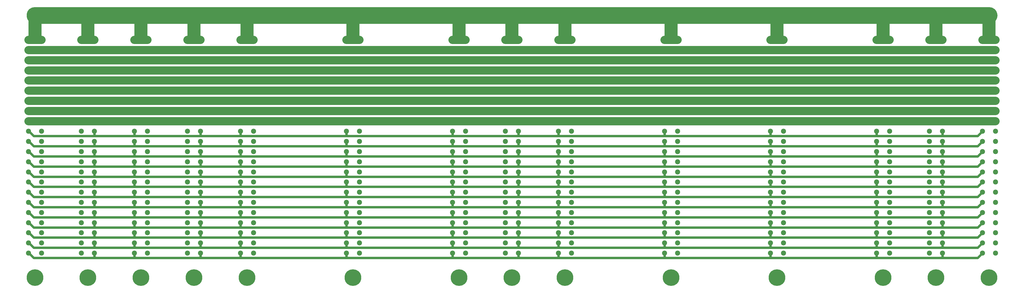
<source format=gbr>
G04 start of page 3 for group 1 idx 1 *
G04 Title: (unknown), ground *
G04 Creator: pcb 20110918 *
G04 CreationDate: Fri Mar 28 21:41:01 2014 UTC *
G04 For: fosse *
G04 Format: Gerber/RS-274X *
G04 PCB-Dimensions: 1525000 500000 *
G04 PCB-Coordinate-Origin: lower left *
%MOIN*%
%FSLAX25Y25*%
%LNGROUP1*%
%ADD27C,0.0380*%
%ADD26C,0.1280*%
%ADD25C,0.0780*%
%ADD24C,0.2560*%
%ADD23C,0.2550*%
%ADD22C,0.0350*%
%ADD21C,0.1250*%
%ADD20C,0.2000*%
G54D20*X271700Y477500D02*Y444000D01*
G54D21*X281700Y439700D02*X261700D01*
G54D20*X190500Y477500D02*Y444000D01*
G54D21*X200500Y439700D02*X180500D01*
G54D20*X353000Y477500D02*Y444000D01*
G54D21*X363000Y439700D02*X343000D01*
G54D20*X109200Y477500D02*Y444000D01*
G54D21*X119200Y439700D02*X99200D01*
G54D20*X28000Y477500D02*Y444000D01*
G54D21*X38000Y439700D02*X18000D01*
G54D22*X281700Y214200D02*X281500Y214000D01*
X281700Y221300D02*Y214200D01*
Y198600D02*X281500Y198400D01*
X281700Y205700D02*Y198600D01*
Y183000D02*X281500Y182800D01*
X281700Y190100D02*Y183000D01*
Y229800D02*X281500Y229600D01*
X281700Y236900D02*Y229800D01*
Y245400D02*X281500Y245200D01*
X281700Y252500D02*Y245400D01*
X343000Y268100D02*Y260800D01*
Y283700D02*Y276400D01*
Y299300D02*Y292000D01*
X281700Y261000D02*X281500Y260800D01*
X281700Y268100D02*Y261000D01*
Y276600D02*X281500Y276400D01*
X281700Y283700D02*Y276600D01*
Y292200D02*X281500Y292000D01*
X281700Y299300D02*Y292200D01*
Y167400D02*X281500Y167200D01*
X281700Y151800D02*X281500Y151600D01*
X281700Y158900D02*Y151800D01*
Y174500D02*Y167400D01*
Y136200D02*X281500Y136000D01*
X281700Y143300D02*Y136200D01*
Y120600D02*X281500Y120400D01*
X281700Y127700D02*Y120600D01*
Y105000D02*X281500Y104800D01*
X281700Y112100D02*Y105000D01*
X343000Y205700D02*Y198400D01*
Y190100D02*Y182800D01*
Y174500D02*Y167200D01*
Y158900D02*Y151600D01*
Y143300D02*Y136000D01*
Y127700D02*Y120400D01*
Y112100D02*Y104800D01*
X505500Y112100D02*Y105300D01*
X180500Y112100D02*Y105300D01*
X505500Y261300D02*X505000Y260800D01*
X505500Y268100D02*Y261300D01*
Y276900D02*X505000Y276400D01*
X505500Y283700D02*Y276900D01*
Y292500D02*X505000Y292000D01*
X505500Y299300D02*Y292500D01*
X18700Y174500D02*X26000Y167200D01*
X18000Y174500D02*X18700D01*
Y158900D02*X26000Y151600D01*
X18000Y158900D02*X18700D01*
Y143300D02*X26000Y136000D01*
X18700Y127700D02*X26000Y120400D01*
X18000Y127700D02*X18700D01*
Y112100D02*X26000Y104800D01*
X18000Y112100D02*X18700D01*
X18000Y143300D02*X18700D01*
Y221300D02*X26000Y214000D01*
X18000Y221300D02*X18700D01*
Y205700D02*X26000Y198400D01*
X18700Y190100D02*X26000Y182800D01*
X18000Y190100D02*X18700D01*
X18000Y205700D02*X18700D01*
Y252500D02*X26000Y245200D01*
X18000Y252500D02*X18700D01*
Y268100D02*X26000Y260800D01*
X18000Y268100D02*X18700D01*
Y283700D02*X26000Y276400D01*
X18000Y283700D02*X18700D01*
Y299300D02*X26000Y292000D01*
X18000Y299300D02*X18700D01*
X180500Y221300D02*Y214500D01*
Y198900D02*X181000Y198400D01*
X180500Y205700D02*Y198900D01*
Y183300D02*X181000Y182800D01*
X180500Y190100D02*Y183300D01*
Y174500D02*Y167700D01*
X119200Y198600D02*X119000Y198400D01*
X119200Y205700D02*Y198600D01*
Y183000D02*X119000Y182800D01*
X119200Y190100D02*Y183000D01*
Y167400D02*X119000Y167200D01*
X119200Y174500D02*Y167400D01*
Y151800D02*X119000Y151600D01*
X119200Y158900D02*Y151800D01*
Y136200D02*X119000Y136000D01*
X119200Y143300D02*Y136200D01*
Y120600D02*X119000Y120400D01*
X119200Y127700D02*Y120600D01*
Y105000D02*X119000Y104800D01*
X119200Y112100D02*Y105000D01*
X180500Y167700D02*X181000Y167200D01*
X180500Y152100D02*X181000Y151600D01*
X180500Y158900D02*Y152100D01*
Y136500D02*X181000Y136000D01*
X180500Y143300D02*Y136500D01*
Y120900D02*X181000Y120400D01*
X180500Y127700D02*Y120900D01*
Y105300D02*X181000Y104800D01*
X119200Y245400D02*X119000Y245200D01*
X119200Y252500D02*Y245400D01*
Y261000D02*X119000Y260800D01*
X119200Y268100D02*Y261000D01*
Y276600D02*X119000Y276400D01*
X119200Y283700D02*Y276600D01*
Y292200D02*X119000Y292000D01*
X119200Y299300D02*Y292200D01*
X180500Y245700D02*X181000Y245200D01*
X180500Y252500D02*Y245700D01*
Y261300D02*X181000Y260800D01*
X180500Y268100D02*Y261300D01*
Y276900D02*X181000Y276400D01*
X180500Y283700D02*Y276900D01*
Y292500D02*X181000Y292000D01*
X180500Y299300D02*Y292500D01*
G54D20*X1490500Y477500D02*Y444000D01*
G54D21*X1500500Y439700D02*X1480500D01*
G54D20*X1409200Y477500D02*Y444000D01*
G54D21*X1419200Y439700D02*X1399200D01*
G54D20*X1328000Y477500D02*Y444000D01*
G54D21*X1338000Y439700D02*X1318000D01*
G54D20*X1165500Y477500D02*Y444000D01*
G54D21*X1175500Y439700D02*X1155500D01*
G54D22*X993000Y221300D02*Y214000D01*
Y283700D02*Y276400D01*
Y268100D02*Y260800D01*
X1155500Y261300D02*X1156000Y260800D01*
X1155500Y268100D02*Y261300D01*
Y276900D02*X1156000Y276400D01*
X1155500Y283700D02*Y276900D01*
X993000Y299300D02*Y292000D01*
X1155500Y292500D02*X1156000Y292000D01*
X1155500Y299300D02*Y292500D01*
X1419200Y214200D02*X1419000Y214000D01*
X1419200Y221300D02*Y214200D01*
X1155500Y214500D02*X1156000Y214000D01*
X1155500Y221300D02*Y214500D01*
X1318000Y215000D02*X1319000Y214000D01*
X1318000Y221300D02*Y215000D01*
X1473200Y214000D02*X1480500Y221300D01*
X1473200Y245200D02*X1480500Y252500D01*
X1473200Y260800D02*X1480500Y268100D01*
X1473200Y276400D02*X1480500Y283700D01*
X1473200Y292000D02*X1480500Y299300D01*
X1419200Y261000D02*X1419000Y260800D01*
X1419200Y268100D02*Y261000D01*
Y276600D02*X1419000Y276400D01*
X1419200Y283700D02*Y276600D01*
Y292200D02*X1419000Y292000D01*
X1419200Y299300D02*Y292200D01*
X1318000Y261800D02*X1319000Y260800D01*
X1318000Y268100D02*Y261800D01*
Y277400D02*X1319000Y276400D01*
X1318000Y283700D02*Y277400D01*
Y293000D02*X1319000Y292000D01*
X1318000Y299300D02*Y293000D01*
G54D20*X515500Y477500D02*Y444000D01*
G54D21*X525500Y439700D02*X505500D01*
G54D20*X678000Y477500D02*Y444000D01*
G54D21*X688000Y439700D02*X668000D01*
G54D20*X840500Y477500D02*Y444000D01*
G54D21*X850500Y439700D02*X830500D01*
G54D20*X759200Y477500D02*Y444000D01*
G54D21*X769200Y439700D02*X749200D01*
G54D20*X1003000Y477500D02*Y444000D01*
G54D21*X1013000Y439700D02*X993000D01*
X1500500Y377300D02*X18000D01*
X1500500Y361700D02*X18000D01*
X1500500Y346100D02*X18000D01*
X1500500Y330500D02*X18000D01*
X1500500Y314900D02*X18000D01*
X1500500Y392900D02*X18000D01*
X1500500Y408500D02*X18000D01*
G54D23*X28000Y477500D02*X1490500D01*
G54D21*X1500500Y424100D02*X18000D01*
G54D22*X830500Y221300D02*Y214500D01*
X993000Y205700D02*Y198400D01*
X1419200Y198600D02*X1419000Y198400D01*
X1419200Y205700D02*Y198600D01*
X1155500Y198900D02*X1156000Y198400D01*
X1155500Y205700D02*Y198900D01*
X1318000Y199400D02*X1319000Y198400D01*
X1473200D02*X1480500Y205700D01*
X26000Y198400D02*X1473200D01*
X26000Y245200D02*X1473200D01*
X830500Y261300D02*X830000Y260800D01*
X830500Y268100D02*Y261300D01*
Y276900D02*X830000Y276400D01*
X830500Y283700D02*Y276900D01*
Y292500D02*X830000Y292000D01*
X830500Y299300D02*Y292500D01*
X769200Y261000D02*X769000Y260800D01*
X769200Y268100D02*Y261000D01*
X26000Y260800D02*X1473200D01*
X769200Y276600D02*X769000Y276400D01*
X668000Y277400D02*X667000Y276400D01*
X668000Y283700D02*Y277400D01*
Y293000D02*X667000Y292000D01*
X668000Y299300D02*Y293000D01*
X769200Y283700D02*Y276600D01*
Y292200D02*X769000Y292000D01*
X769200Y299300D02*Y292200D01*
X668000Y261800D02*X667000Y260800D01*
X668000Y268100D02*Y261800D01*
X26000Y276400D02*X1473200D01*
X26000Y292000D02*X1473200D01*
X1419200Y183000D02*X1419000Y182800D01*
X1419200Y190100D02*Y183000D01*
X1318000Y183800D02*X1319000Y182800D01*
X1318000Y190100D02*Y183800D01*
X1473200Y182800D02*X1480500Y190100D01*
X1419200Y167400D02*X1419000Y167200D01*
X1419200Y174500D02*Y167400D01*
X1473200Y167200D02*X1480500Y174500D01*
X1318000Y168200D02*X1319000Y167200D01*
X1318000Y152600D02*X1319000Y151600D01*
X1318000Y158900D02*Y152600D01*
Y174500D02*Y168200D01*
X1419200Y151800D02*X1419000Y151600D01*
X1419200Y158900D02*Y151800D01*
X1473200Y151600D02*X1480500Y158900D01*
X1419200Y136200D02*X1419000Y136000D01*
X1419200Y143300D02*Y136200D01*
X1155500Y183300D02*X1156000Y182800D01*
X1155500Y190100D02*Y183300D01*
Y167700D02*X1156000Y167200D01*
X1155500Y174500D02*Y167700D01*
Y152100D02*X1156000Y151600D01*
X1155500Y158900D02*Y152100D01*
Y136500D02*X1156000Y136000D01*
X993000Y174500D02*Y167200D01*
Y158900D02*Y151600D01*
Y143300D02*Y136000D01*
Y112100D02*Y104800D01*
Y127700D02*Y120400D01*
X1155500Y120900D02*X1156000Y120400D01*
X1155500Y127700D02*Y120900D01*
Y105300D02*X1156000Y104800D01*
X1155500Y112100D02*Y105300D01*
Y143300D02*Y136500D01*
X1318000Y137000D02*X1319000Y136000D01*
X1318000Y143300D02*Y137000D01*
X1473200Y136000D02*X1480500Y143300D01*
X1473200Y120400D02*X1480500Y127700D01*
X1419200Y120600D02*X1419000Y120400D01*
X1419200Y127700D02*Y120600D01*
Y105000D02*X1419000Y104800D01*
X1419200Y112100D02*Y105000D01*
X1318000Y121400D02*X1319000Y120400D01*
X1318000Y127700D02*Y121400D01*
Y105800D02*X1319000Y104800D01*
X993000Y236900D02*Y229600D01*
X1155500Y230100D02*X1156000Y229600D01*
X1155500Y236900D02*Y230100D01*
Y245700D02*X1156000Y245200D01*
X1155500Y252500D02*Y245700D01*
X1419200Y229800D02*X1419000Y229600D01*
X1419200Y236900D02*Y229800D01*
X1318000Y230600D02*X1319000Y229600D01*
X1318000Y236900D02*Y230600D01*
X1473200Y229600D02*X1480500Y236900D01*
X1419200Y245400D02*X1419000Y245200D01*
X1419200Y252500D02*Y245400D01*
X1318000Y246200D02*X1319000Y245200D01*
X1318000Y252500D02*Y246200D01*
Y112100D02*Y105800D01*
X1473200Y104800D02*X1480500Y112100D01*
X668000Y230600D02*X667000Y229600D01*
X668000Y236900D02*Y230600D01*
X505500Y236900D02*Y230100D01*
X343000Y236900D02*Y229600D01*
X119200Y236900D02*Y229800D01*
X180500Y236900D02*Y230100D01*
X18700Y236900D02*X26000Y229600D01*
X18000Y236900D02*X18700D01*
X769200Y245400D02*X769000Y245200D01*
X769200Y252500D02*Y245400D01*
X993000Y252500D02*Y245200D01*
X830500Y214500D02*X830000Y214000D01*
X505500Y214500D02*X505000Y214000D01*
X119200Y214200D02*X119000Y214000D01*
X505500Y221300D02*Y214500D01*
X343000Y221300D02*Y214000D01*
X119200Y221300D02*Y214200D01*
X180500Y214500D02*X181000Y214000D01*
X505500Y198900D02*X505000Y198400D01*
X505500Y205700D02*Y198900D01*
Y183300D02*X505000Y182800D01*
X505500Y190100D02*Y183300D01*
Y167700D02*X505000Y167200D01*
X505500Y174500D02*Y167700D01*
X668000Y183800D02*X667000Y182800D01*
X668000Y190100D02*Y183800D01*
Y168200D02*X667000Y167200D01*
X668000Y174500D02*Y168200D01*
Y152600D02*X667000Y151600D01*
X505500Y152100D02*X505000Y151600D01*
X505500Y158900D02*Y152100D01*
X668000Y158900D02*Y152600D01*
Y137000D02*X667000Y136000D01*
X668000Y121400D02*X667000Y120400D01*
X668000Y127700D02*Y121400D01*
Y143300D02*Y137000D01*
X505500Y136500D02*X505000Y136000D01*
X505500Y143300D02*Y136500D01*
Y120900D02*X505000Y120400D01*
X505500Y127700D02*Y120900D01*
Y105300D02*X505000Y104800D01*
X769200Y214200D02*X769000Y214000D01*
X668000Y215000D02*X667000Y214000D01*
X668000Y221300D02*Y215000D01*
Y199400D02*X667000Y198400D01*
X668000Y205700D02*Y199400D01*
X769200Y221300D02*Y214200D01*
Y198600D02*X769000Y198400D01*
X769200Y205700D02*Y198600D01*
X830500Y198900D02*X830000Y198400D01*
X830500Y205700D02*Y198900D01*
X26000Y214000D02*X1473200D01*
X1318000Y205700D02*Y199400D01*
X769200Y183000D02*X769000Y182800D01*
X993000Y190100D02*Y182800D01*
X830500Y183300D02*X830000Y182800D01*
X26000D02*X1473200D01*
X26000Y167200D02*X1473200D01*
X26000Y151600D02*X1473200D01*
X26000Y136000D02*X1473200D01*
X26000Y120400D02*X1473200D01*
X668000Y105800D02*X667000Y104800D01*
X668000Y112100D02*Y105800D01*
X26000Y104800D02*X1473200D01*
X769200Y190100D02*Y183000D01*
Y167400D02*X769000Y167200D01*
X769200Y174500D02*Y167400D01*
Y151800D02*X769000Y151600D01*
X769200Y158900D02*Y151800D01*
Y136200D02*X769000Y136000D01*
X769200Y143300D02*Y136200D01*
Y120600D02*X769000Y120400D01*
X769200Y105000D02*X769000Y104800D01*
X769200Y112100D02*Y105000D01*
Y127700D02*Y120600D01*
X830500Y190100D02*Y183300D01*
Y167700D02*X830000Y167200D01*
X830500Y174500D02*Y167700D01*
Y152100D02*X830000Y151600D01*
X830500Y158900D02*Y152100D01*
Y136500D02*X830000Y136000D01*
X830500Y143300D02*Y136500D01*
Y120900D02*X830000Y120400D01*
X830500Y127700D02*Y120900D01*
Y105300D02*X830000Y104800D01*
X830500Y112100D02*Y105300D01*
X769200Y229800D02*X769000Y229600D01*
X769200Y236900D02*Y229800D01*
X668000Y246200D02*X667000Y245200D01*
X668000Y252500D02*Y246200D01*
X830500Y230100D02*X830000Y229600D01*
X505500Y230100D02*X505000Y229600D01*
X119200Y229800D02*X119000Y229600D01*
X180500Y230100D02*X181000Y229600D01*
X26000D02*X1473200D01*
X830500Y236900D02*Y230100D01*
Y245700D02*X830000Y245200D01*
X830500Y252500D02*Y245700D01*
X505500D02*X505000Y245200D01*
X505500Y252500D02*Y245700D01*
X343000Y252500D02*Y245200D01*
G54D24*X678000Y477500D03*
G54D25*X688000Y439700D03*
X668000D03*
G54D24*X759200Y477500D03*
G54D25*X688000Y424100D03*
X668000D03*
Y408500D03*
X688000D03*
Y392900D03*
Y377300D03*
Y361700D03*
Y346100D03*
Y330500D03*
Y314900D03*
Y299300D03*
Y283700D03*
X668000Y392900D03*
Y377300D03*
Y361700D03*
Y346100D03*
Y330500D03*
Y314900D03*
Y299300D03*
Y283700D03*
G54D24*X840500Y477500D03*
G54D25*X850500Y439700D03*
X830500D03*
X850500Y424100D03*
X830500D03*
Y408500D03*
X850500D03*
Y392900D03*
Y377300D03*
Y361700D03*
Y346100D03*
Y330500D03*
Y314900D03*
Y299300D03*
Y283700D03*
X830500Y392900D03*
Y377300D03*
Y361700D03*
Y346100D03*
Y330500D03*
Y314900D03*
Y299300D03*
Y283700D03*
X749200Y439700D03*
Y424100D03*
Y408500D03*
Y392900D03*
Y377300D03*
Y361700D03*
Y346100D03*
Y330500D03*
Y314900D03*
Y299300D03*
Y283700D03*
X769200Y439700D03*
Y424100D03*
Y408500D03*
Y392900D03*
Y377300D03*
Y361700D03*
Y346100D03*
Y330500D03*
Y314900D03*
Y299300D03*
Y283700D03*
X668000Y268100D03*
Y252500D03*
Y236900D03*
Y221300D03*
Y205700D03*
Y190100D03*
Y174500D03*
Y158900D03*
Y143300D03*
Y127700D03*
Y112100D03*
X850500Y268100D03*
Y252500D03*
Y236900D03*
X830500Y268100D03*
Y252500D03*
Y236900D03*
X850500Y221300D03*
X830500D03*
X850500Y205700D03*
X830500D03*
X850500Y190100D03*
X830500D03*
X1013000Y205700D03*
X993000D03*
Y190100D03*
X1013000D03*
Y174500D03*
Y158900D03*
Y143300D03*
Y127700D03*
Y112100D03*
X993000Y174500D03*
Y158900D03*
Y143300D03*
Y127700D03*
Y112100D03*
X850500Y174500D03*
X830500D03*
Y158900D03*
Y143300D03*
Y127700D03*
Y112100D03*
X850500Y158900D03*
Y143300D03*
Y127700D03*
Y112100D03*
X749200Y268100D03*
X769200D03*
Y252500D03*
X749200D03*
Y236900D03*
Y221300D03*
Y205700D03*
Y190100D03*
X769200Y236900D03*
Y221300D03*
Y205700D03*
Y190100D03*
X749200Y174500D03*
X769200D03*
X749200Y158900D03*
Y143300D03*
Y127700D03*
G54D24*X759200Y74300D03*
G54D25*X749200Y112100D03*
X769200Y158900D03*
Y143300D03*
Y127700D03*
Y112100D03*
G54D24*X1003000Y477500D03*
G54D25*X1013000Y439700D03*
X993000D03*
X1013000Y424100D03*
X993000D03*
Y408500D03*
X1013000D03*
Y392900D03*
Y377300D03*
Y361700D03*
Y346100D03*
Y330500D03*
Y314900D03*
Y299300D03*
Y283700D03*
X993000Y392900D03*
Y377300D03*
Y361700D03*
Y346100D03*
Y330500D03*
Y314900D03*
Y299300D03*
Y283700D03*
G54D24*X1165500Y477500D03*
G54D25*X1175500Y439700D03*
X1155500D03*
X1175500Y424100D03*
X1155500D03*
Y408500D03*
X1175500D03*
Y392900D03*
Y377300D03*
Y361700D03*
Y346100D03*
Y330500D03*
Y314900D03*
Y299300D03*
Y283700D03*
X1155500Y392900D03*
Y377300D03*
Y361700D03*
Y346100D03*
Y330500D03*
Y314900D03*
Y299300D03*
Y283700D03*
G54D24*X1328000Y477500D03*
G54D25*X1338000Y439700D03*
X1318000D03*
G54D24*X1409200Y477500D03*
G54D25*X1338000Y424100D03*
X1318000D03*
Y408500D03*
X1338000D03*
Y392900D03*
Y377300D03*
Y361700D03*
Y346100D03*
Y330500D03*
Y314900D03*
Y299300D03*
Y283700D03*
X1318000Y392900D03*
Y377300D03*
Y361700D03*
Y346100D03*
Y330500D03*
Y314900D03*
Y299300D03*
Y283700D03*
G54D24*X1490500Y477500D03*
G54D25*X1500500Y439700D03*
X1480500D03*
X1500500Y424100D03*
X1480500D03*
Y408500D03*
X1500500D03*
Y392900D03*
Y377300D03*
Y361700D03*
Y346100D03*
Y330500D03*
Y314900D03*
Y299300D03*
Y283700D03*
X1480500Y392900D03*
Y377300D03*
Y361700D03*
Y346100D03*
Y330500D03*
Y314900D03*
Y299300D03*
Y283700D03*
X1399200Y439700D03*
Y424100D03*
Y408500D03*
Y392900D03*
Y377300D03*
Y361700D03*
Y346100D03*
Y330500D03*
Y314900D03*
Y299300D03*
Y283700D03*
X1419200Y439700D03*
Y424100D03*
Y408500D03*
Y392900D03*
Y377300D03*
Y361700D03*
Y346100D03*
Y330500D03*
Y314900D03*
Y299300D03*
Y283700D03*
X1013000Y268100D03*
X993000D03*
X1013000Y221300D03*
X993000D03*
X1175500Y268100D03*
X1155500D03*
Y252500D03*
Y236900D03*
Y221300D03*
X1175500Y252500D03*
Y236900D03*
Y221300D03*
X1013000Y252500D03*
X993000D03*
X1013000Y236900D03*
X993000D03*
X1338000Y268100D03*
X1318000D03*
X1500500D03*
X1480500D03*
X1399200D03*
X1419200D03*
X1338000Y252500D03*
X1318000D03*
X1500500D03*
X1480500D03*
X1399200D03*
X1419200D03*
X1338000Y236900D03*
X1318000D03*
X1500500D03*
X1480500D03*
X1399200D03*
X1419200D03*
G54D24*X1165500Y74300D03*
X1328000D03*
X1490500D03*
X1409200D03*
G54D25*X1175500Y158900D03*
Y143300D03*
Y127700D03*
Y112100D03*
X1155500Y174500D03*
Y158900D03*
Y143300D03*
Y127700D03*
Y112100D03*
X1318000Y143300D03*
Y127700D03*
Y112100D03*
X1419200Y158900D03*
Y143300D03*
Y127700D03*
Y112100D03*
X1175500Y205700D03*
Y190100D03*
Y174500D03*
X1155500Y205700D03*
X1338000D03*
X1318000D03*
X1155500Y190100D03*
X1338000D03*
Y174500D03*
Y158900D03*
Y143300D03*
Y127700D03*
Y112100D03*
X1318000Y190100D03*
X1338000Y221300D03*
X1318000D03*
X1399200D03*
X1500500D03*
Y205700D03*
X1480500Y221300D03*
Y205700D03*
X1399200D03*
X1419200Y221300D03*
Y205700D03*
X1318000Y174500D03*
X1399200Y190100D03*
X1419200D03*
X1500500Y158900D03*
Y143300D03*
Y127700D03*
Y112100D03*
X1480500Y158900D03*
Y143300D03*
X1500500Y190100D03*
Y174500D03*
X1480500Y190100D03*
Y174500D03*
X1318000Y158900D03*
X1480500Y127700D03*
Y112100D03*
X1399200Y174500D03*
Y158900D03*
Y143300D03*
Y127700D03*
Y112100D03*
X1419200Y174500D03*
G54D24*X28000Y74300D03*
X109200D03*
G54D25*X99200Y127700D03*
Y112100D03*
X119200Y127700D03*
Y112100D03*
G54D24*X190500Y74300D03*
X271700D03*
X353000D03*
X515500D03*
X678000D03*
X840500D03*
X1003000D03*
X353000Y477500D03*
G54D25*X363000Y439700D03*
X343000D03*
X363000Y424100D03*
X343000D03*
Y408500D03*
X363000D03*
Y392900D03*
Y377300D03*
Y361700D03*
Y346100D03*
Y330500D03*
Y314900D03*
Y299300D03*
Y283700D03*
X343000Y392900D03*
Y377300D03*
Y361700D03*
Y346100D03*
Y330500D03*
Y314900D03*
Y299300D03*
Y283700D03*
G54D24*X515500Y477500D03*
G54D25*X525500Y439700D03*
X505500D03*
X525500Y424100D03*
X505500D03*
Y408500D03*
X525500D03*
Y392900D03*
Y377300D03*
Y361700D03*
Y346100D03*
Y330500D03*
Y314900D03*
Y299300D03*
Y283700D03*
X505500Y392900D03*
Y377300D03*
Y361700D03*
Y346100D03*
Y330500D03*
Y314900D03*
Y299300D03*
Y283700D03*
X119200Y268100D03*
Y252500D03*
Y236900D03*
Y221300D03*
Y205700D03*
Y190100D03*
Y174500D03*
Y158900D03*
Y143300D03*
X525500Y268100D03*
Y252500D03*
X505500Y268100D03*
Y252500D03*
X525500Y205700D03*
Y236900D03*
Y221300D03*
X505500Y236900D03*
Y221300D03*
Y205700D03*
Y190100D03*
Y174500D03*
Y158900D03*
Y143300D03*
Y127700D03*
Y112100D03*
X525500Y190100D03*
Y174500D03*
Y158900D03*
Y143300D03*
Y127700D03*
Y112100D03*
X688000Y268100D03*
Y252500D03*
Y236900D03*
Y221300D03*
Y205700D03*
Y190100D03*
Y174500D03*
Y158900D03*
Y143300D03*
Y127700D03*
Y112100D03*
G54D24*X28000Y477500D03*
G54D25*X18000Y439700D03*
Y424100D03*
Y408500D03*
Y392900D03*
Y377300D03*
X38000Y439700D03*
Y424100D03*
Y408500D03*
Y392900D03*
Y377300D03*
Y361700D03*
X18000D03*
X38000Y346100D03*
X18000D03*
X38000Y330500D03*
X18000D03*
Y314900D03*
Y299300D03*
Y283700D03*
X38000Y314900D03*
Y299300D03*
Y283700D03*
G54D24*X109200Y477500D03*
G54D25*X99200Y439700D03*
X119200D03*
Y424100D03*
X99200D03*
Y408500D03*
Y392900D03*
X119200Y408500D03*
Y392900D03*
Y377300D03*
X99200D03*
Y361700D03*
Y346100D03*
Y330500D03*
Y314900D03*
Y299300D03*
Y283700D03*
X119200Y361700D03*
Y346100D03*
Y330500D03*
Y314900D03*
Y299300D03*
Y283700D03*
X200500Y268100D03*
X180500D03*
X200500Y252500D03*
X180500D03*
Y236900D03*
X363000Y268100D03*
X343000D03*
X363000Y252500D03*
X343000D03*
X363000Y236900D03*
X343000D03*
Y221300D03*
X363000D03*
Y205700D03*
Y190100D03*
Y174500D03*
Y158900D03*
Y143300D03*
Y127700D03*
Y112100D03*
X343000Y205700D03*
Y190100D03*
Y174500D03*
Y158900D03*
G54D24*X190500Y477500D03*
G54D25*X200500Y439700D03*
X180500D03*
G54D24*X271700Y477500D03*
G54D25*X200500Y424100D03*
X180500D03*
Y408500D03*
X200500D03*
Y392900D03*
Y377300D03*
Y361700D03*
Y346100D03*
Y330500D03*
Y314900D03*
Y299300D03*
Y283700D03*
X180500Y392900D03*
Y377300D03*
Y361700D03*
Y346100D03*
Y330500D03*
Y314900D03*
Y299300D03*
Y283700D03*
X261700Y439700D03*
Y424100D03*
Y408500D03*
Y392900D03*
Y377300D03*
Y361700D03*
Y346100D03*
Y330500D03*
Y314900D03*
Y299300D03*
Y283700D03*
X281700Y439700D03*
Y424100D03*
Y408500D03*
Y392900D03*
Y377300D03*
Y361700D03*
Y346100D03*
Y330500D03*
Y314900D03*
Y299300D03*
Y283700D03*
X38000Y268100D03*
Y252500D03*
Y236900D03*
Y221300D03*
X99200Y268100D03*
Y252500D03*
X18000Y268100D03*
Y252500D03*
Y236900D03*
Y221300D03*
Y205700D03*
Y190100D03*
Y174500D03*
Y158900D03*
Y143300D03*
Y127700D03*
Y112100D03*
X200500Y236900D03*
Y221300D03*
Y205700D03*
Y190100D03*
Y174500D03*
Y158900D03*
Y143300D03*
X180500Y221300D03*
Y205700D03*
Y190100D03*
Y174500D03*
Y158900D03*
Y143300D03*
Y127700D03*
Y112100D03*
X200500Y127700D03*
Y112100D03*
X343000D03*
X261700D03*
X281700D03*
X261700Y174500D03*
Y158900D03*
X281700Y174500D03*
Y158900D03*
X343000Y143300D03*
Y127700D03*
X261700Y143300D03*
Y127700D03*
X281700Y143300D03*
Y127700D03*
X261700Y268100D03*
Y252500D03*
X281700Y268100D03*
Y252500D03*
X261700Y205700D03*
Y190100D03*
Y236900D03*
Y221300D03*
X281700Y236900D03*
Y221300D03*
Y205700D03*
Y190100D03*
X38000Y205700D03*
Y190100D03*
Y174500D03*
Y158900D03*
Y143300D03*
Y127700D03*
Y112100D03*
X99200Y236900D03*
Y221300D03*
Y205700D03*
Y190100D03*
Y174500D03*
Y158900D03*
Y143300D03*
G54D26*G54D27*G54D26*G54D27*G54D26*G54D27*G54D26*G54D27*G54D26*G54D27*G54D26*G54D27*G54D26*G54D27*G54D26*G54D27*G54D26*G54D27*G54D26*G54D27*G54D26*G54D27*G54D26*G54D27*G54D26*G54D27*G54D26*G54D27*G54D26*G54D27*G54D26*G54D27*G54D26*G54D27*M02*

</source>
